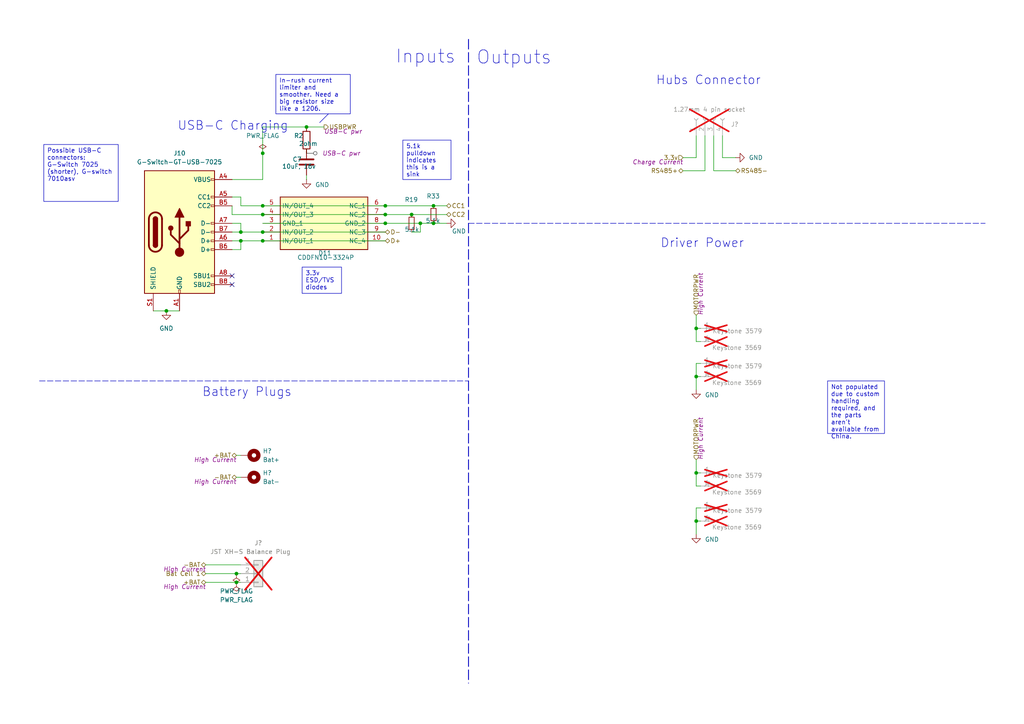
<source format=kicad_sch>
(kicad_sch (version 20231120) (generator "eeschema") (generator_version "8.0")
  (paper "A4")
  (title_block (title "CACKLE 2s 40A PSU & Charger") (date "2024-12-23") (rev "V1") (comment 1 "Author: Asher Edwards"))
  (lib_symbols
    (symbol "CDDFN10-3324P:CDDFN10-3324P"
      (property "Reference" "D" (at 31.75 7.62 0))
      (property "Value" "CDDFN10-3324P" (at 31.75 5.08 0))
      (symbol "CDDFN10-3324P_1_1"
        (rectangle (start 5.08 2.54) (end 30.48 -12.7) (stroke (width 0.254)) (fill (type background)))
        (pin passive line (at 0 0 0) (length 5.08) (name "IN/OUT_1") (number "1"))
        (pin passive line (at 35.56 0 180) (length 5.08) (name "NC_4") (number "10"))
        (pin passive line (at 0 -2.54 0) (length 5.08) (name "IN/OUT_2") (number "2"))
        (pin passive line (at 0 -5.08 0) (length 5.08) (name "GND_1") (number "3"))
        (pin passive line (at 0 -7.62 0) (length 5.08) (name "IN/OUT_3") (number "4"))
        (pin passive line (at 0 -10.16 0) (length 5.08) (name "IN/OUT_4") (number "5"))
        (pin passive line (at 35.56 -10.16 180) (length 5.08) (name "NC_1") (number "6"))
        (pin passive line (at 35.56 -7.62 180) (length 5.08) (name "NC_2") (number "7"))
        (pin passive line (at 35.56 -5.08 180) (length 5.08) (name "GND_2") (number "8"))
        (pin passive line (at 35.56 -2.54 180) (length 5.08) (name "NC_3") (number "9"))
      )
    )
    (symbol "Connector:Conn_01x01_Pin" (pin_names (offset 1.016) hide)
      (property "Reference" "J" (at 0 2.54 0))
      (property "Value" "Conn_01x01_Pin" (at 0 -2.54 0))
      (symbol "Conn_01x01_Pin_1_1"
        (polyline (pts (xy 1.27 0) (xy 0.8636 0)) (stroke (width 0.1524)))
        (rectangle (start 0.8636 0.127) (end 0 -0.127) (stroke (width 0.1524)) (fill (type outline)))
        (pin passive line (at 5.08 0 180) (length 3.81) (name "Pin_1") (number "1"))
      )
    )
    (symbol "Connector:Conn_01x01_Socket" (pin_names (offset 1.016) hide)
      (property "Reference" "J" (at 0 2.54 0))
      (property "Value" "Conn_01x01_Socket" (at 0 -2.54 0))
      (symbol "Conn_01x01_Socket_1_1"
        (polyline (pts (xy -1.27 0) (xy -0.508 0)) (stroke (width 0.1524)))
        (arc (start 0 0.508) (mid -0.5058 0) (end 0 -0.508) (stroke (width 0.1524)))
        (pin passive line (at -5.08 0 0) (length 3.81) (name "Pin_1") (number "1"))
      )
    )
    (symbol "Connector:Conn_01x04_Socket" (pin_names (offset 1.016) hide)
      (property "Reference" "J" (at 0 5.08 0))
      (property "Value" "Conn_01x04_Socket" (at 0 -7.62 0))
      (symbol "Conn_01x04_Socket_1_1"
        (arc (start 0 -4.572) (mid -0.5058 -5.08) (end 0 -5.588) (stroke (width 0.1524)))
        (arc (start 0 -2.032) (mid -0.5058 -2.54) (end 0 -3.048) (stroke (width 0.1524)))
        (polyline (pts (xy -1.27 -5.08) (xy -0.508 -5.08)) (stroke (width 0.1524)))
        (polyline (pts (xy -1.27 -2.54) (xy -0.508 -2.54)) (stroke (width 0.1524)))
        (polyline (pts (xy -1.27 0) (xy -0.508 0)) (stroke (width 0.1524)))
        (polyline (pts (xy -1.27 2.54) (xy -0.508 2.54)) (stroke (width 0.1524)))
        (arc (start 0 0.508) (mid -0.5058 0) (end 0 -0.508) (stroke (width 0.1524)))
        (arc (start 0 3.048) (mid -0.5058 2.54) (end 0 2.032) (stroke (width 0.1524)))
        (pin passive line (at -5.08 2.54 0) (length 3.81) (name "Pin_1") (number "1"))
        (pin passive line (at -5.08 0 0) (length 3.81) (name "Pin_2") (number "2"))
        (pin passive line (at -5.08 -2.54 0) (length 3.81) (name "Pin_3") (number "3"))
        (pin passive line (at -5.08 -5.08 0) (length 3.81) (name "Pin_4") (number "4"))
      )
    )
    (symbol "Connector:USB_C_Receptacle_USB2.0_16P" (pin_names (offset 1.016))
      (property "Reference" "J10" (at 0 22.86 0))
      (property "Value" "USB_C_Receptacle_USB2.0_16P" (at 0 20.32 0))
      (symbol "USB_C_Receptacle_USB2.0_16P_0_0"
        (rectangle (start -0.254 -17.78) (end 0.254 -16.764))
        (rectangle (start 10.16 -14.986) (end 9.144 -15.494))
        (rectangle (start 10.16 -12.446) (end 9.144 -12.954))
        (rectangle (start 10.16 -4.826) (end 9.144 -5.334))
        (rectangle (start 10.16 -2.286) (end 9.144 -2.794))
        (rectangle (start 10.16 0.254) (end 9.144 -0.254))
        (rectangle (start 10.16 2.794) (end 9.144 2.286))
        (rectangle (start 10.16 7.874) (end 9.144 7.366))
        (rectangle (start 10.16 10.414) (end 9.144 9.906))
        (rectangle (start 10.16 15.494) (end 9.144 14.986))
      )
      (symbol "USB_C_Receptacle_USB2.0_16P_0_1"
        (rectangle (start -10.16 17.78) (end 10.16 -17.78) (stroke (width 0.254)) (fill (type background)))
        (arc (start -8.89 -3.81) (mid -6.985 -5.7067) (end -5.08 -3.81) (stroke (width 0.508)))
        (arc (start -7.62 -3.81) (mid -6.985 -4.4423) (end -6.35 -3.81) (stroke (width 0.254)))
        (arc (start -7.62 -3.81) (mid -6.985 -4.4423) (end -6.35 -3.81) (stroke (width 0.254)) (fill (type outline)))
        (rectangle (start -7.62 -3.81) (end -6.35 3.81) (stroke (width 0.254)) (fill (type outline)))
        (arc (start -6.35 3.81) (mid -6.985 4.4423) (end -7.62 3.81) (stroke (width 0.254)))
        (arc (start -6.35 3.81) (mid -6.985 4.4423) (end -7.62 3.81) (stroke (width 0.254)) (fill (type outline)))
        (arc (start -5.08 3.81) (mid -6.985 5.7067) (end -8.89 3.81) (stroke (width 0.508)))
        (circle (center -2.54 1.143) (radius 0.635) (stroke (width 0.254)) (fill (type outline)))
        (circle (center 0 -5.842) (radius 1.27) (fill (type outline)))
        (polyline (pts (xy -8.89 -3.81) (xy -8.89 3.81)) (stroke (width 0.508)))
        (polyline (pts (xy -5.08 3.81) (xy -5.08 -3.81)) (stroke (width 0.508)))
        (polyline (pts (xy 0 -5.842) (xy 0 4.318)) (stroke (width 0.508)))
        (polyline (pts (xy 0 -3.302) (xy -2.54 -0.762) (xy -2.54 0.508)) (stroke (width 0.508)))
        (polyline (pts (xy 0 -2.032) (xy 2.54 0.508) (xy 2.54 1.778)) (stroke (width 0.508)))
        (polyline (pts (xy -1.27 4.318) (xy 0 6.858) (xy 1.27 4.318) (xy -1.27 4.318)) (stroke (width 0.254)) (fill (type outline)))
        (rectangle (start 1.905 1.778) (end 3.175 3.048) (stroke (width 0.254)) (fill (type outline)))
      )
      (symbol "USB_C_Receptacle_USB2.0_16P_1_1"
        (pin passive line (at 0 -22.86 90) (length 5.08) (name "GND") (number "A1"))
        (pin passive line (at 0 -22.86 90) (length 5.08) hide (name "GND") (number "A12"))
        (pin passive line (at 15.24 15.24 180) (length 5.08) (name "VBUS") (number "A4"))
        (pin bidirectional line (at 15.24 10.16 180) (length 5.08) (name "CC1") (number "A5"))
        (pin bidirectional line (at 15.24 -2.54 180) (length 5.08) (name "D+") (number "A6"))
        (pin bidirectional line (at 15.24 2.54 180) (length 5.08) (name "D-") (number "A7"))
        (pin bidirectional line (at 15.24 -12.7 180) (length 5.08) (name "SBU1") (number "A8"))
        (pin passive line (at 15.24 15.24 180) (length 5.08) hide (name "VBUS") (number "A9"))
        (pin passive line (at 0 -22.86 90) (length 5.08) hide (name "GND") (number "B1"))
        (pin passive line (at 0 -22.86 90) (length 5.08) hide (name "GND") (number "B12"))
        (pin passive line (at 15.24 15.24 180) (length 5.08) hide (name "VBUS") (number "B4"))
        (pin bidirectional line (at 15.24 7.62 180) (length 5.08) (name "CC2") (number "B5"))
        (pin bidirectional line (at 15.24 -5.08 180) (length 5.08) (name "D+") (number "B6"))
        (pin bidirectional line (at 15.24 0 180) (length 5.08) (name "D-") (number "B7"))
        (pin bidirectional line (at 15.24 -15.24 180) (length 5.08) (name "SBU2") (number "B8"))
        (pin passive line (at 15.24 15.24 180) (length 5.08) hide (name "VBUS") (number "B9"))
        (pin passive line (at 0 -22.86 90) (length 5.08) hide (name "GND") (number "GND"))
        (pin passive line (at -7.62 -22.86 90) (length 5.08) (name "SHIELD") (number "S1"))
      )
    )
    (symbol "Connector_Generic:Conn_01x03" (pin_names (offset 1.016) hide)
      (property "Reference" "J" (at 0 5.08 0))
      (property "Value" "Conn_01x03" (at 0 -5.08 0))
      (symbol "Conn_01x03_1_1"
        (rectangle (start -1.27 -2.413) (end 0 -2.667) (stroke (width 0.1524)))
        (rectangle (start -1.27 0.127) (end 0 -0.127) (stroke (width 0.1524)))
        (rectangle (start -1.27 2.667) (end 0 2.413) (stroke (width 0.1524)))
        (rectangle (start -1.27 3.81) (end 1.27 -3.81) (stroke (width 0.254)) (fill (type background)))
        (pin passive line (at -5.08 2.54 0) (length 3.81) (name "Pin_1") (number "1"))
        (pin passive line (at -5.08 0 0) (length 3.81) (name "Pin_2") (number "2"))
        (pin passive line (at -5.08 -2.54 0) (length 3.81) (name "Pin_3") (number "3"))
      )
    )
    (symbol "Device:C" (pin_numbers hide) (pin_names (offset 0.254))
      (property "Reference" "C" (at 0.635 2.54 0))
      (property "Value" "C" (at 0.635 -2.54 0))
      (symbol "C_0_1"
        (polyline (pts (xy -2.032 -0.762) (xy 2.032 -0.762)) (stroke (width 0.508)))
        (polyline (pts (xy -2.032 0.762) (xy 2.032 0.762)) (stroke (width 0.508)))
      )
      (symbol "C_1_1"
        (pin passive line (at 0 3.81 270) (length 2.794) (name "~") (number "1"))
        (pin passive line (at 0 -3.81 90) (length 2.794) (name "~") (number "2"))
      )
    )
    (symbol "Device:R" (pin_numbers hide) (pin_names (offset 0))
      (property "Reference" "R" (at 2.032 0 90))
      (property "Value" "R" (at 0 0 90))
      (symbol "R_0_1"
        (rectangle (start -1.016 -2.54) (end 1.016 2.54) (stroke (width 0.254)))
      )
      (symbol "R_1_1"
        (pin passive line (at 0 3.81 270) (length 1.27) (name "~") (number "1"))
        (pin passive line (at 0 -3.81 90) (length 1.27) (name "~") (number "2"))
      )
    )
    (symbol "Device:R_Small" (pin_numbers hide) (pin_names (offset 0.254) hide)
      (property "Reference" "R" (at 0.762 0.508 0))
      (property "Value" "R_Small" (at 0.762 -1.016 0))
      (symbol "R_Small_0_1"
        (rectangle (start -0.762 1.778) (end 0.762 -1.778) (stroke (width 0.2032)))
      )
      (symbol "R_Small_1_1"
        (pin passive line (at 0 2.54 270) (length 0.762) (name "~") (number "1"))
        (pin passive line (at 0 -2.54 90) (length 0.762) (name "~") (number "2"))
      )
    )
    (symbol "Mechanical:MountingHole_Pad" (pin_numbers hide) (pin_names (offset 1.016) hide) (exclude_from_sim yes) (in_bom no)
      (property "Reference" "H" (at 0 6.35 0))
      (property "Value" "MountingHole_Pad" (at 0 4.445 0))
      (symbol "MountingHole_Pad_0_1"
        (circle (center 0 1.27) (radius 1.27) (stroke (width 1.27)))
      )
      (symbol "MountingHole_Pad_1_1"
        (pin input line (at 0 -2.54 90) (length 2.54) (name "1") (number "1"))
      )
    )
    (symbol "power:GND" (power) (pin_numbers hide) (pin_names (offset 0) hide)
      (property "Value" "GND" (at 0 -3.81 0))
      (symbol "GND_0_1"
        (polyline (pts (xy 0 0) (xy 0 -1.27) (xy 1.27 -1.27) (xy 0 -2.54) (xy -1.27 -1.27) (xy 0 -1.27)))
      )
      (symbol "GND_1_1"
        (pin power_in line (at 0 0 270) (length 0) (name "~") (number "1"))
      )
    )
    (symbol "power:PWR_FLAG" (power) (pin_numbers hide) (pin_names (offset 0) hide)
      (property "Value" "PWR_FLAG" (at 0 3.81 0))
      (symbol "PWR_FLAG_0_0"
        (pin power_out line (at 0 0 90) (length 0) (name "~") (number "1"))
      )
      (symbol "PWR_FLAG_0_1"
        (polyline (pts (xy 0 0) (xy 0 1.27) (xy -1.016 1.905) (xy 0 2.54) (xy 1.016 1.905) (xy 0 1.27)))
      )
    )
  )
  (junction (at 76.2 69.85))
  (junction (at 68.58 168.91))
  (junction (at 121.92 64.77))
  (junction (at 201.93 137.16))
  (junction (at 76.2 67.31))
  (junction (at 201.93 109.22))
  (junction (at 76.2 59.69))
  (junction (at 119.38 62.23))
  (junction (at 76.2 44.45))
  (junction (at 111.76 59.69))
  (junction (at 68.58 166.37))
  (junction (at 69.85 69.85))
  (junction (at 111.76 64.77))
  (junction (at 69.85 67.31))
  (junction (at 111.76 62.23))
  (junction (at 201.93 95.25))
  (junction (at 48.26 90.17))
  (junction (at 125.73 64.77))
  (junction (at 201.93 151.13))
  (junction (at 125.73 59.69))
  (junction (at 76.2 62.23))
  (junction (at 88.9 36.83))
  (no_connect (at 67.31 82.55))
  (no_connect (at 67.31 80.01))
  (wire (pts (xy 69.85 72.39) (xy 69.85 69.85)))
  (wire (pts (xy 76.2 64.77) (xy 111.76 64.77)))
  (polyline (pts (xy 11.43 110.49) (xy 135.89 110.49)) (stroke (width 0) (type dash)))
  (wire (pts (xy 88.9 44.45) (xy 88.9 43.18)))
  (wire (pts (xy 76.2 62.23) (xy 111.76 62.23)))
  (wire (pts (xy 121.92 64.77) (xy 121.92 67.31)))
  (wire (pts (xy 201.93 91.44) (xy 201.93 95.25)))
  (wire (pts (xy 129.54 64.77) (xy 125.73 64.77)))
  (wire (pts (xy 67.31 64.77) (xy 69.85 64.77)))
  (wire (pts (xy 69.85 67.31) (xy 67.31 67.31)))
  (wire (pts (xy 201.93 95.25) (xy 201.93 99.06)))
  (wire (pts (xy 68.58 168.91) (xy 69.85 168.91)))
  (wire (pts (xy 76.2 36.83) (xy 88.9 36.83)))
  (wire (pts (xy 67.31 62.23) (xy 76.2 62.23)))
  (wire (pts (xy 207.01 39.37) (xy 207.01 49.53)))
  (wire (pts (xy 201.93 95.25) (xy 203.2 95.25)))
  (wire (pts (xy 67.31 59.69) (xy 67.31 62.23)))
  (wire (pts (xy 69.85 64.77) (xy 69.85 67.31)))
  (polyline (pts (xy 92.71 35.56) (xy 95.25 33.02)))
  (wire (pts (xy 69.85 69.85) (xy 76.2 69.85)))
  (wire (pts (xy 201.93 147.32) (xy 201.93 151.13)))
  (wire (pts (xy 111.76 59.69) (xy 125.73 59.69)))
  (wire (pts (xy 201.93 109.22) (xy 203.2 109.22)))
  (wire (pts (xy 119.38 62.23) (xy 129.54 62.23)))
  (wire (pts (xy 88.9 36.83) (xy 93.98 36.83)))
  (wire (pts (xy 76.2 36.83) (xy 76.2 44.45)))
  (wire (pts (xy 68.58 166.37) (xy 69.85 166.37)))
  (wire (pts (xy 198.12 45.72) (xy 201.93 45.72)))
  (wire (pts (xy 209.55 39.37) (xy 209.55 45.72)))
  (wire (pts (xy 76.2 69.85) (xy 111.76 69.85)))
  (wire (pts (xy 201.93 99.06) (xy 203.2 99.06)))
  (wire (pts (xy 69.85 69.85) (xy 67.31 69.85)))
  (wire (pts (xy 121.92 64.77) (xy 125.73 64.77)))
  (polyline (pts (xy 135.89 64.77) (xy 285.75 64.77)) (stroke (width 0) (type dash)))
  (wire (pts (xy 76.2 67.31) (xy 111.76 67.31)))
  (wire (pts (xy 69.85 67.31) (xy 76.2 67.31)))
  (wire (pts (xy 76.2 59.69) (xy 111.76 59.69)))
  (wire (pts (xy 59.69 163.83) (xy 69.85 163.83)))
  (wire (pts (xy 203.2 105.41) (xy 201.93 105.41)))
  (wire (pts (xy 68.58 138.43) (xy 69.85 138.43)))
  (wire (pts (xy 44.45 90.17) (xy 48.26 90.17)))
  (wire (pts (xy 88.9 50.8) (xy 88.9 52.07)))
  (wire (pts (xy 201.93 151.13) (xy 203.2 151.13)))
  (wire (pts (xy 48.26 90.17) (xy 52.07 90.17)))
  (wire (pts (xy 201.93 109.22) (xy 201.93 113.03)))
  (wire (pts (xy 203.2 147.32) (xy 201.93 147.32)))
  (wire (pts (xy 201.93 105.41) (xy 201.93 109.22)))
  (wire (pts (xy 59.69 168.91) (xy 68.58 168.91)))
  (wire (pts (xy 207.01 49.53) (xy 213.36 49.53)))
  (wire (pts (xy 201.93 137.16) (xy 201.93 140.97)))
  (wire (pts (xy 111.76 64.77) (xy 121.92 64.77)))
  (wire (pts (xy 201.93 133.35) (xy 201.93 137.16)))
  (wire (pts (xy 201.93 39.37) (xy 201.93 45.72)))
  (polyline (pts (xy 135.89 11.43) (xy 135.89 198.12)) (stroke (width 0.254) (type dash)))
  (wire (pts (xy 111.76 62.23) (xy 119.38 62.23)))
  (wire (pts (xy 68.58 132.08) (xy 69.85 132.08)))
  (wire (pts (xy 201.93 140.97) (xy 203.2 140.97)))
  (wire (pts (xy 201.93 137.16) (xy 203.2 137.16)))
  (wire (pts (xy 121.92 67.31) (xy 119.38 67.31)))
  (wire (pts (xy 67.31 72.39) (xy 69.85 72.39)))
  (wire (pts (xy 67.31 57.15) (xy 69.85 57.15)))
  (wire (pts (xy 125.73 59.69) (xy 129.54 59.69)))
  (wire (pts (xy 204.47 39.37) (xy 204.47 49.53)))
  (wire (pts (xy 201.93 151.13) (xy 201.93 154.94)))
  (wire (pts (xy 69.85 59.69) (xy 76.2 59.69)))
  (wire (pts (xy 69.85 57.15) (xy 69.85 59.69)))
  (wire (pts (xy 59.69 166.37) (xy 68.58 166.37)))
  (wire (pts (xy 198.12 49.53) (xy 204.47 49.53)))
  (wire (pts (xy 76.2 44.45) (xy 76.2 52.07)))
  (wire (pts (xy 76.2 52.07) (xy 67.31 52.07)))
  (wire (pts (xy 209.55 45.72) (xy 213.36 45.72)))
  (text_box "In-rush current limiter and smoother. Need a big resistor size like a 1206." (at 80.01 21.59 0) (size 21.59 11.43) (effects (font (size 1.27 1.27)) (justify left top)))
  (text_box "5.1k pulldown indicates this is a sink" (at 116.84 40.64 0) (size 13.97 11.43) (effects (font (size 1.27 1.27)) (justify left top)))
  (text_box "Possible USB-C connectors: G-Switch 7025 (shorter), G-switch 7010asv" (at 12.7 41.91 0) (size 21.59 16.51) (effects (font (size 1.27 1.27)) (justify left top)))
  (text_box "3.3v ESD/TVS diodes" (at 87.63 77.47 0) (size 11.43 7.62) (effects (font (size 1.27 1.27)) (justify left top)))
  (text_box "Not populated due to custom handling required, and the parts aren't available from China." (at 240.03 110.49 0) (size 16.51 15.24) (effects (font (size 1.27 1.27)) (justify left top)))
  (text "Outputs" (at 149.098 16.764 0) (effects (font (size 3.81 3.81))))
  (text "USB-C Charging" (at 67.564 36.576 0) (effects (font (size 2.54 2.54))))
  (text "Inputs" (at 123.444 16.51 0) (effects (font (size 3.81 3.81))))
  (text "Driver Power" (at 203.708 70.612 0) (effects (font (size 2.54 2.54))))
  (text "Hubs Connector" (at 205.486 23.368 0) (effects (font (size 2.54 2.54))))
  (text "Battery Plugs" (at 71.628 113.792 0) (effects (font (size 2.54 2.54))))
  (hierarchical_label "RS485+" (shape bidirectional) (at 198.12 49.53 180))
  (hierarchical_label "MOTORPWR" (shape input) (at 201.93 91.44 90) (property "Netclass" "High Current" (at 203.2 91.44 90) (effects (font (italic yes)) (justify left))))
  (hierarchical_label "Bat Cell 1" (shape bidirectional) (at 59.69 166.37 180) (property "Netclass" "Logic Pwr" (effects (hide yes))))
  (hierarchical_label "CC1" (shape bidirectional) (at 129.54 59.69 0))
  (hierarchical_label "+BAT" (shape bidirectional) (at 59.69 168.91 180) (property "Netclass" "High Current" (at 59.69 170.18 0) (effects (font (italic yes)) (justify right))))
  (hierarchical_label "-BAT" (shape bidirectional) (at 68.58 138.43 180) (property "Netclass" "High Current" (at 68.58 139.7 0) (effects (font (italic yes)) (justify right))))
  (hierarchical_label "MOTORPWR" (shape input) (at 201.93 133.35 90) (property "Netclass" "High Current" (at 203.2 133.35 90) (effects (font (italic yes)) (justify left))))
  (hierarchical_label "+BAT" (shape bidirectional) (at 68.58 132.08 180) (property "Netclass" "High Current" (at 68.58 133.35 0) (effects (font (italic yes)) (justify right))))
  (hierarchical_label "CC2" (shape bidirectional) (at 129.54 62.23 0))
  (hierarchical_label "D-" (shape bidirectional) (at 111.76 67.31 0))
  (hierarchical_label "-BAT" (shape bidirectional) (at 59.69 163.83 180) (property "Netclass" "High Current" (at 59.69 165.1 0) (effects (font (italic yes)) (justify right))))
  (hierarchical_label "3.3v" (shape input) (at 198.12 45.72 180) (property "Netclass" "Charge Current" (at 198.12 46.99 0) (effects (font (italic yes)) (justify right))))
  (hierarchical_label "D+" (shape bidirectional) (at 111.76 69.85 0))
  (hierarchical_label "USBPWR" (shape output) (at 93.98 36.83 0) (property "Netclass" "USB-C pwr" (at 93.98 38.1 0) (effects (font (italic yes)) (justify left))))
  (hierarchical_label "RS485-" (shape bidirectional) (at 213.36 49.53 0))
  (netclass_flag "" (length 2.54) (shape round) (at 88.9 44.45 270) (property "Netclass" "USB-C pwr" (at 93.472 44.45 0) (effects (font (italic yes)) (justify left))))
  (symbol (lib_id "Connector:Conn_01x01_Socket") (at 208.28 140.97 0) (unit 1) (dnp yes)
    (property "Reference" "J?" (at 203.962 140.462 0) (effects (justify left)))
    (property "Value" "Keystone 3569" (at 206.502 142.748 0) (effects (justify left)))
    (property "Footprint" "custom_Connector:Keystone_3569_half" (effects (hide yes)))
    (property "Description" "Generic connector, single row, 01x01, script generated" (effects (hide yes)))
  )
  (symbol (lib_id "power:GND") (at 88.9 52.07 0) (unit 1)
    (property "Reference" "#PWR03" (effects (hide yes)))
    (property "Value" "GND" (at 95.504 53.594 0) (effects (justify right)))
    (property "Description" "Power symbol creates a global label with name \"GND\" , ground" (effects (hide yes)))
  )
  (symbol (lib_id "power:PWR_FLAG") (at 68.58 166.37 180) (unit 1)
    (property "Reference" "#FLG?" (effects (hide yes)))
    (property "Value" "PWR_FLAG" (at 68.58 171.45 0))
    (property "Description" "Special symbol for telling ERC where power comes from" (effects (hide yes)))
  )
  (symbol (lib_id "power:GND") (at 129.54 64.77 90) (unit 1)
    (property "Reference" "#PWR013" (effects (hide yes)))
    (property "Value" "GND" (at 131.064 67.056 90) (effects (justify right)))
    (property "Description" "Power symbol creates a global label with name \"GND\" , ground" (effects (hide yes)))
  )
  (symbol (lib_id "power:PWR_FLAG") (at 76.2 44.45 0) (unit 1)
    (property "Reference" "#FLG?" (effects (hide yes)))
    (property "Value" "PWR_FLAG" (at 76.2 39.37 0))
    (property "Description" "Special symbol for telling ERC where power comes from" (effects (hide yes)))
  )
  (symbol (lib_id "Mechanical:MountingHole_Pad") (at 72.39 138.43 270) (unit 1) (exclude_from_sim yes) (in_bom no)
    (property "Reference" "H?" (at 76.2 137.1599 90) (effects (justify left)))
    (property "Value" "Bat-" (at 76.2 139.6999 90) (effects (justify left)))
    (property "Footprint" "MountingHole:MountingHole_2.2mm_M2_Pad_Via" (effects (hide yes)))
    (property "Description" "Mounting Hole with connection" (effects (hide yes)))
  )
  (symbol (lib_id "Device:R") (at 88.9 40.64 180) (unit 1)
    (property "Reference" "R2" (at 86.614 39.37 0))
    (property "Value" "2ohm" (at 89.408 41.656 0))
    (property "Footprint" "Resistor_SMD:R_0805_2012Metric" (effects (hide yes)))
    (property "Description" "Resistor" (effects (hide yes)))
    (property "LCSC" "C17521" (effects (hide yes)))
  )
  (symbol (lib_id "Connector:Conn_01x01_Pin") (at 208.28 105.41 180) (unit 1) (dnp yes)
    (property "Reference" "J?" (at 205.232 105.664 0))
    (property "Value" "Keystone 3579" (at 213.868 106.172 0))
    (property "Footprint" "custom_Connector:Keystone_3579" (effects (hide yes)))
    (property "Description" "Generic connector, single row, 01x01, script generated" (effects (hide yes)))
  )
  (symbol (lib_id "Connector:Conn_01x01_Pin") (at 208.28 95.25 180) (unit 1) (dnp yes)
    (property "Reference" "J?" (at 205.232 95.504 0))
    (property "Value" "Keystone 3579" (at 213.868 96.012 0))
    (property "Footprint" "custom_Connector:Keystone_3579" (effects (hide yes)))
    (property "Description" "Generic connector, single row, 01x01, script generated" (effects (hide yes)))
  )
  (symbol (lib_id "power:GND") (at 213.36 45.72 90) (unit 1)
    (property "Reference" "#PWR?" (effects (hide yes)))
    (property "Value" "GND" (at 217.17 45.7199 90) (effects (justify right)))
    (property "Description" "Power symbol creates a global label with name \"GND\" , ground" (effects (hide yes)))
  )
  (symbol (lib_id "Device:C") (at 88.9 46.99 0) (unit 1)
    (property "Reference" "C7" (at 84.836 46.228 0) (effects (justify left)))
    (property "Value" "10uF, 16v" (at 81.788 48.26 0) (effects (justify left)))
    (property "Footprint" "Capacitor_SMD:C_0805_2012Metric" (effects (hide yes)))
    (property "Description" "Unpolarized capacitor" (effects (hide yes)))
    (property "LCSC" "C15850" (effects (hide yes)))
  )
  (symbol (lib_id "Connector:Conn_01x01_Pin") (at 208.28 137.16 180) (unit 1) (dnp yes)
    (property "Reference" "J?" (at 205.232 137.414 0))
    (property "Value" "Keystone 3579" (at 213.868 137.922 0))
    (property "Footprint" "custom_Connector:Keystone_3579" (effects (hide yes)))
    (property "Description" "Generic connector, single row, 01x01, script generated" (effects (hide yes)))
  )
  (symbol (lib_id "Mechanical:MountingHole_Pad") (at 72.39 132.08 270) (unit 1) (exclude_from_sim yes) (in_bom no)
    (property "Reference" "H?" (at 76.2 130.8099 90) (effects (justify left)))
    (property "Value" "Bat+" (at 76.2 133.3499 90) (effects (justify left)))
    (property "Footprint" "MountingHole:MountingHole_2.2mm_M2_Pad_Via" (effects (hide yes)))
    (property "Description" "Mounting Hole with connection" (effects (hide yes)))
  )
  (symbol (lib_id "Connector:Conn_01x01_Socket") (at 208.28 151.13 0) (unit 1) (dnp yes)
    (property "Reference" "J?" (at 203.962 150.622 0) (effects (justify left)))
    (property "Value" "Keystone 3569" (at 206.502 152.908 0) (effects (justify left)))
    (property "Footprint" "custom_Connector:Keystone_3569_half" (effects (hide yes)))
    (property "Description" "Generic connector, single row, 01x01, script generated" (effects (hide yes)))
  )
  (symbol (lib_id "power:GND") (at 201.93 113.03 0) (unit 1)
    (property "Reference" "#PWR08" (effects (hide yes)))
    (property "Value" "GND" (at 208.534 114.554 0) (effects (justify right)))
    (property "Description" "Power symbol creates a global label with name \"GND\" , ground" (effects (hide yes)))
  )
  (symbol (lib_id "Device:R_Small") (at 119.38 64.77 180) (unit 1)
    (property "Reference" "R19" (at 117.348 57.912 0) (effects (justify right)))
    (property "Value" "5.1k" (at 117.348 66.548 0) (effects (justify right)))
    (property "Footprint" "Resistor_SMD:R_0402_1005Metric" (effects (hide yes)))
    (property "Description" "Resistor, small symbol" (effects (hide yes)))
    (property "LCSC" "C25905" (effects (hide yes)))
  )
  (symbol (lib_id "Connector:Conn_01x01_Socket") (at 208.28 99.06 0) (unit 1) (dnp yes)
    (property "Reference" "J?" (at 203.962 98.552 0) (effects (justify left)))
    (property "Value" "Keystone 3569" (at 206.502 100.838 0) (effects (justify left)))
    (property "Footprint" "custom_Connector:Keystone_3569_half" (effects (hide yes)))
    (property "Description" "Generic connector, single row, 01x01, script generated" (effects (hide yes)))
  )
  (symbol (lib_id "Connector_Generic:Conn_01x03") (at 74.93 166.37 0) (mirror x) (unit 1) (dnp yes)
    (property "Reference" "J?" (at 74.93 157.48 0))
    (property "Value" "JST XH-S Balance Plug" (at 72.644 160.02 0))
    (property "Footprint" "Connector_JST:JST_XH_S3B-XH-A_1x03_P2.50mm_Horizontal" (effects (hide yes)))
    (property "Description" "Generic connector, single row, 01x03, script generated (kicad-library-utils/schlib/autogen/connector/)" (effects (hide yes)))
    (property "LCSC" "C161860" (effects (hide yes)))
  )
  (symbol (lib_id "CDDFN10-3324P:CDDFN10-3324P") (at 76.2 69.85 0) (mirror x) (unit 1)
    (property "Reference" "D11" (at 94.234 73.406 0))
    (property "Value" "CDDFN10-3324P" (at 94.488 74.676 0))
    (property "Footprint" "CDDFN10-3324P:CDDFN103324P" (effects (hide yes)))
    (property "Datasheet" "https://www.bourns.com/docs/Product-Datasheets/CDDFN10-3324P.pdf" (effects (hide yes)))
    (property "Description" "BOURNS - CDDFN10-3324P - DIODE, ESD PROTECTION, 3.3V, 0.45PF" (effects (hide yes)))
    (property "Mouser Part Number" "652-CDDFN10-3324P" (effects (hide yes)))
    (property "Mouser Price/Stock" "https://www.mouser.co.uk/ProductDetail/Bourns/CDDFN10-3324P?qs=3CaSHoNeR5u5NeuGJGyaBA%3D%3D" (effects (hide yes)))
    (property "Manufacturer_Name" "Bourns" (effects (hide yes)))
    (property "Manufacturer_Part_Number" "CDDFN10-3324P" (effects (hide yes)))
    (property "LCSC" "C913227" (effects (hide yes)))
    (property "Position Offset" "0,0.4" (effects (hide yes)))
  )
  (symbol (lib_id "Connector:USB_C_Receptacle_USB2.0_16P") (at 52.07 67.31 0) (unit 1)
    (property "Reference" "J10" (at 52.07 44.45 0))
    (property "Value" "G-Switch-GT-USB-7025" (at 52.07 46.99 0))
    (property "Footprint" "custom_Connector:USB_C_G-Switch_GT-USB-7025-JLCPCBv" (effects (hide yes)))
    (property "Datasheet" "https://www.usb.org/sites/default/files/documents/usb_type-c.zip" (effects (hide yes)))
    (property "Description" "USB 2.0-only 16P Type-C Receptacle connector" (effects (hide yes)))
    (property "LCSC" "C963213" (effects (hide yes)))
    (property "Position Offset" "0,1.55" (effects (hide yes)))
  )
  (symbol (lib_id "Device:R_Small") (at 125.73 62.23 180) (unit 1)
    (property "Reference" "R33" (at 123.698 56.896 0) (effects (justify right)))
    (property "Value" "5.1k" (at 123.444 64.008 0) (effects (justify right)))
    (property "Footprint" "Resistor_SMD:R_0402_1005Metric" (effects (hide yes)))
    (property "Description" "Resistor, small symbol" (effects (hide yes)))
    (property "LCSC" "C25905" (effects (hide yes)))
  )
  (symbol (lib_id "Connector:Conn_01x01_Socket") (at 208.28 109.22 0) (unit 1) (dnp yes)
    (property "Reference" "J?" (at 203.962 108.712 0) (effects (justify left)))
    (property "Value" "Keystone 3569" (at 206.502 110.998 0) (effects (justify left)))
    (property "Footprint" "custom_Connector:Keystone_3569_half" (effects (hide yes)))
    (property "Description" "Generic connector, single row, 01x01, script generated" (effects (hide yes)))
  )
  (symbol (lib_id "Connector:Conn_01x01_Pin") (at 208.28 147.32 180) (unit 1) (dnp yes)
    (property "Reference" "J?" (at 205.232 147.574 0))
    (property "Value" "Keystone 3579" (at 213.868 148.082 0))
    (property "Footprint" "custom_Connector:Keystone_3579" (effects (hide yes)))
    (property "Description" "Generic connector, single row, 01x01, script generated" (effects (hide yes)))
  )
  (symbol (lib_id "power:PWR_FLAG") (at 68.58 168.91 180) (unit 1)
    (property "Reference" "#FLG?" (effects (hide yes)))
    (property "Value" "PWR_FLAG" (at 68.58 173.99 0))
    (property "Description" "Special symbol for telling ERC where power comes from" (effects (hide yes)))
  )
  (symbol (lib_id "power:GND") (at 48.26 90.17 0) (unit 1)
    (property "Reference" "#PWR02" (effects (hide yes)))
    (property "Value" "GND" (at 48.26 95.25 0))
    (property "Description" "Power symbol creates a global label with name \"GND\" , ground" (effects (hide yes)))
  )
  (symbol (lib_id "Connector:Conn_01x04_Socket") (at 204.47 34.29 90) (unit 1) (dnp yes)
    (property "Reference" "J?" (at 213.106 36.068 90))
    (property "Value" "1.27mm 4 pin socket" (at 205.74 31.75 90))
    (property "Footprint" "Connector_PinSocket_1.27mm:PinSocket_1x04_P1.27mm_Vertical" (effects (hide yes)))
    (property "Description" "Generic connector, single row, 01x04, script generated" (effects (hide yes)))
  )
  (symbol (lib_id "power:GND") (at 201.93 154.94 0) (unit 1)
    (property "Reference" "#PWR015" (effects (hide yes)))
    (property "Value" "GND" (at 208.534 156.464 0) (effects (justify right)))
    (property "Description" "Power symbol creates a global label with name \"GND\" , ground" (effects (hide yes)))
  )
)
</source>
